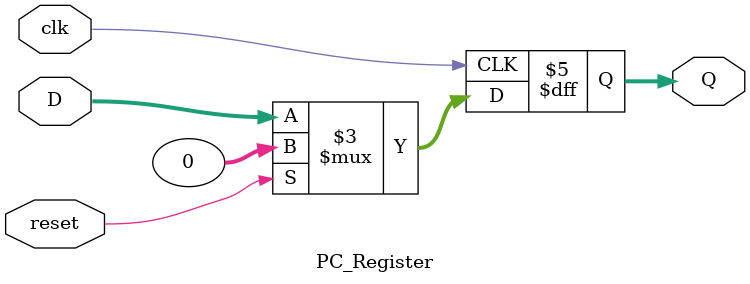
<source format=v>
`timescale 1ns / 1ps
module PC_Register(reset, clk, D, Q);

	input reset;
	input clk;
	input [31:0] D;
	output [31:0] Q;
	reg [31:0] Q;
	always @(posedge clk)
		if (reset)
			Q = 0;
		else
	Q = D;
endmodule // reg8
</source>
